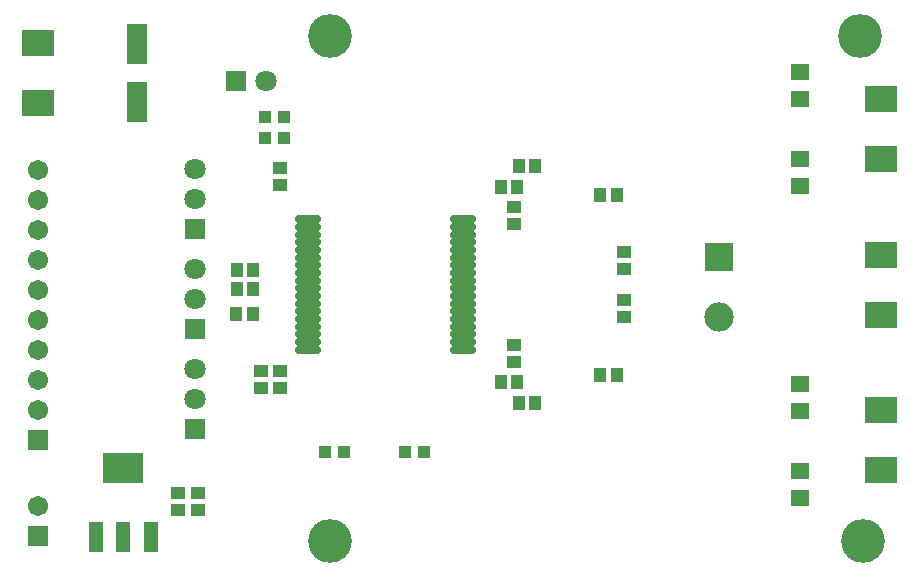
<source format=gts>
G04*
G04 #@! TF.GenerationSoftware,Altium Limited,Altium Designer,20.2.7 (254)*
G04*
G04 Layer_Color=8388736*
%FSLAX25Y25*%
%MOIN*%
G70*
G04*
G04 #@! TF.SameCoordinates,93ECAAD2-9D94-4F50-94FD-CC643B8307E9*
G04*
G04*
G04 #@! TF.FilePolarity,Negative*
G04*
G01*
G75*
%ADD28R,0.04540X0.03950*%
%ADD29R,0.03950X0.04540*%
%ADD30R,0.06300X0.05800*%
%ADD31R,0.03950X0.03950*%
%ADD32O,0.08871X0.02769*%
%ADD33R,0.13792X0.10249*%
%ADD34R,0.04737X0.10249*%
%ADD35R,0.07099X0.13202*%
%ADD36R,0.10642X0.08674*%
%ADD37R,0.09800X0.09800*%
%ADD38C,0.09800*%
%ADD39C,0.07099*%
%ADD40R,0.07099X0.07099*%
%ADD41R,0.07099X0.07099*%
%ADD42C,0.06706*%
%ADD43R,0.06706X0.06706*%
%ADD44C,0.14600*%
D28*
X175700Y69544D02*
D03*
Y75056D02*
D03*
X175570Y115578D02*
D03*
Y121090D02*
D03*
X212300Y84544D02*
D03*
Y90056D02*
D03*
Y100544D02*
D03*
Y106056D02*
D03*
X97844Y128544D02*
D03*
Y134056D02*
D03*
X97844Y66356D02*
D03*
Y60844D02*
D03*
X91444D02*
D03*
Y66356D02*
D03*
X63806Y25787D02*
D03*
Y20275D02*
D03*
X70346Y25787D02*
D03*
Y20275D02*
D03*
D29*
X182812Y134800D02*
D03*
X177300D02*
D03*
X176812Y127800D02*
D03*
X171300D02*
D03*
X204544Y125300D02*
D03*
X210056D02*
D03*
X204544Y65300D02*
D03*
X210056D02*
D03*
X177338Y55763D02*
D03*
X182850D02*
D03*
X176850Y62763D02*
D03*
X171338D02*
D03*
X88656Y85600D02*
D03*
X83144D02*
D03*
X88756Y93800D02*
D03*
X83244D02*
D03*
X88756Y100300D02*
D03*
X83244D02*
D03*
D30*
X271000Y24000D02*
D03*
Y33000D02*
D03*
Y62300D02*
D03*
Y53300D02*
D03*
Y166200D02*
D03*
Y157200D02*
D03*
Y128000D02*
D03*
Y137000D02*
D03*
D31*
X99099Y151100D02*
D03*
X92800D02*
D03*
X99049Y144097D02*
D03*
X92750D02*
D03*
X145849Y39400D02*
D03*
X139550D02*
D03*
X118899D02*
D03*
X112600D02*
D03*
D32*
X158786Y73548D02*
D03*
Y76107D02*
D03*
Y78666D02*
D03*
Y81225D02*
D03*
Y83784D02*
D03*
Y86343D02*
D03*
Y88902D02*
D03*
Y91461D02*
D03*
Y94020D02*
D03*
Y96579D02*
D03*
Y99139D02*
D03*
Y101698D02*
D03*
Y104257D02*
D03*
Y106816D02*
D03*
Y109375D02*
D03*
Y111934D02*
D03*
Y114493D02*
D03*
Y117052D02*
D03*
X107014Y73548D02*
D03*
Y76107D02*
D03*
Y78666D02*
D03*
Y81225D02*
D03*
Y83784D02*
D03*
Y86343D02*
D03*
Y88902D02*
D03*
Y91461D02*
D03*
Y94020D02*
D03*
Y96579D02*
D03*
Y99139D02*
D03*
Y101698D02*
D03*
Y104257D02*
D03*
Y106816D02*
D03*
Y109375D02*
D03*
Y111934D02*
D03*
Y114493D02*
D03*
Y117052D02*
D03*
D33*
X45500Y34117D02*
D03*
D34*
X54555Y11283D02*
D03*
X45500D02*
D03*
X36445D02*
D03*
D35*
X50200Y156154D02*
D03*
Y175446D02*
D03*
D36*
X297900Y33600D02*
D03*
Y53600D02*
D03*
Y85300D02*
D03*
Y105300D02*
D03*
Y137000D02*
D03*
Y157000D02*
D03*
X17000Y175900D02*
D03*
Y155900D02*
D03*
D37*
X244200Y104400D02*
D03*
D38*
Y84400D02*
D03*
D39*
X69300Y100500D02*
D03*
Y90500D02*
D03*
Y57200D02*
D03*
Y67200D02*
D03*
Y133900D02*
D03*
Y123900D02*
D03*
X93200Y163100D02*
D03*
D40*
X69300Y80500D02*
D03*
Y47200D02*
D03*
Y113900D02*
D03*
D41*
X83200Y163100D02*
D03*
D42*
X17100Y21600D02*
D03*
X17000Y103400D02*
D03*
Y83400D02*
D03*
Y63400D02*
D03*
Y53400D02*
D03*
Y73400D02*
D03*
Y93400D02*
D03*
Y113400D02*
D03*
Y123400D02*
D03*
Y133400D02*
D03*
D43*
X17100Y11600D02*
D03*
X17000Y43400D02*
D03*
D44*
X114500Y9700D02*
D03*
Y178300D02*
D03*
X290900D02*
D03*
X292200Y9700D02*
D03*
M02*

</source>
